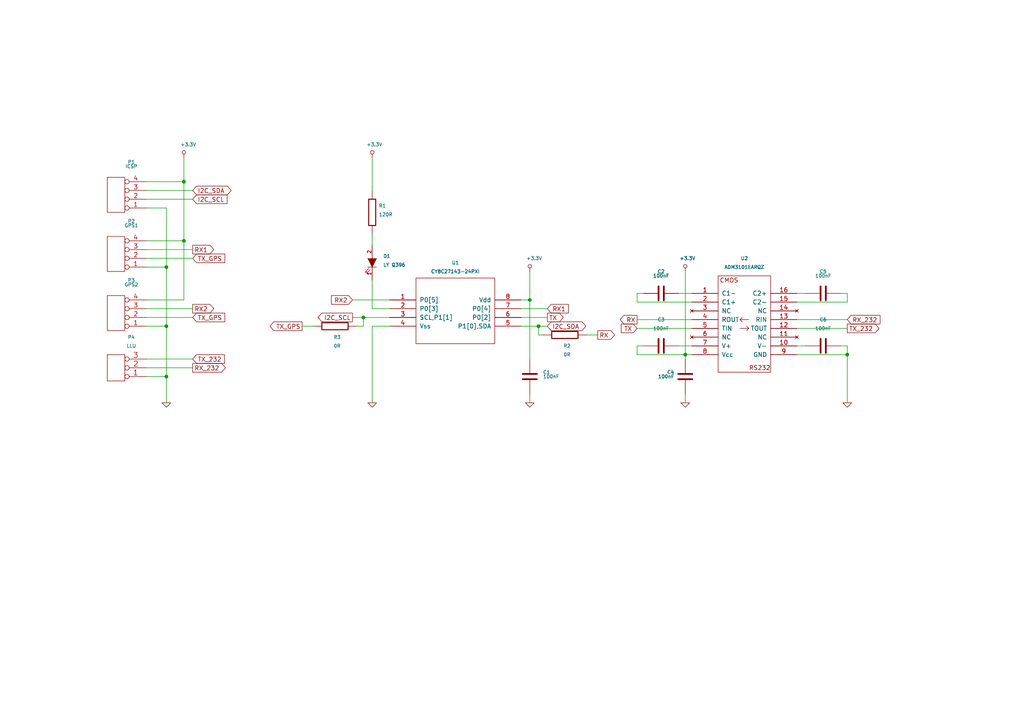
<source format=kicad_sch>
(kicad_sch (version 20231120) (generator "eeschema") (generator_version "8.0")
  (paper "A4")
  (title_block (title "GPSMux") (date "2021-05-12") (rev "01") (company "TuX's Design"))
  (lib_symbols
    (symbol "GPSMux-rescue:+3,3V-power" (power) (pin_names (offset 0))
      (property "Value" "+3,3V-power" (at 0 2.794 0))
      (symbol "+3,3V-power_0_0"
        (pin power_in line (at 0 0 90) (length 0) hide (name "+3.3V") (number "1"))
      )
      (symbol "+3,3V-power_0_1"
        (polyline (pts (xy 0 0) (xy 0 1.016) (xy 0 1.016)))
        (circle (center 0 1.524) (radius 0.508))
      )
    )
    (symbol "GPSMux-rescue:ADM3101E-ad" (pin_names (offset 1.016))
      (property "Reference" "U" (at 0 -15.24 0))
      (property "Value" "ADM3101E-ad" (at 0 15.24 0))
      (symbol "ADM3101E-ad_0_0"
        (text "CMOS" (at -4.445 12.7 0) (effects (font (size 1.27 1.27))))
        (text "RS232" (at 4.445 -12.7 0) (effects (font (size 1.27 1.27))))
      )
      (symbol "ADM3101E-ad_0_1"
        (polyline (pts (xy -1.27 1.27) (xy -0.635 0.635)))
        (polyline (pts (xy -1.27 1.27) (xy -0.635 1.905)))
        (polyline (pts (xy 1.27 -1.27) (xy 0.635 -1.905)))
        (polyline (pts (xy 1.27 1.27) (xy -1.27 1.27)))
        (polyline (pts (xy -1.27 -1.27) (xy 1.27 -1.27) (xy 0.635 -0.635)))
      )
      (symbol "ADM3101E-ad_1_0"
        (rectangle (start -7.62 -13.97) (end 7.62 13.97))
      )
      (symbol "ADM3101E-ad_1_1"
        (pin passive line (at -15.24 8.89 0) (length 7.62) (name "C1-") (number "1"))
        (pin power_out line (at 15.24 -6.35 180) (length 7.62) (name "V-") (number "10"))
        (pin no_connect line (at 15.24 -3.81 180) (length 7.62) (name "NC") (number "11"))
        (pin output line (at 15.24 -1.27 180) (length 7.62) (name "TOUT") (number "12"))
        (pin input line (at 15.24 1.27 180) (length 7.62) (name "RIN") (number "13"))
        (pin no_connect line (at 15.24 3.81 180) (length 7.62) (name "NC") (number "14"))
        (pin passive line (at 15.24 6.35 180) (length 7.62) (name "C2-") (number "15"))
        (pin passive line (at 15.24 8.89 180) (length 7.62) (name "C2+") (number "16"))
        (pin passive line (at -15.24 6.35 0) (length 7.62) (name "C1+") (number "2"))
        (pin no_connect line (at -15.24 3.81 0) (length 7.62) (name "NC") (number "3"))
        (pin output line (at -15.24 1.27 0) (length 7.62) (name "ROUT") (number "4"))
        (pin input line (at -15.24 -1.27 0) (length 7.62) (name "TIN") (number "5"))
        (pin no_connect line (at -15.24 -3.81 0) (length 7.62) (name "NC") (number "6"))
        (pin power_out line (at -15.24 -6.35 0) (length 7.62) (name "V+") (number "7"))
        (pin power_in line (at -15.24 -8.89 0) (length 7.62) (name "Vcc") (number "8"))
        (pin power_in line (at 15.24 -8.89 180) (length 7.62) (name "GND") (number "9"))
      )
    )
    (symbol "GPSMux-rescue:C-device" (pin_numbers hide) (pin_names (offset 0.254))
      (property "Reference" "C" (at 0 2.54 0))
      (property "Value" "C-device" (at 0.1524 -2.159 0))
      (symbol "C-device_0_1"
        (polyline (pts (xy -2.032 -0.762) (xy 2.032 -0.762)) (stroke (width 0.508)))
        (polyline (pts (xy -2.032 0.762) (xy 2.032 0.762)) (stroke (width 0.508)))
      )
      (symbol "C-device_1_1"
        (pin passive line (at 0 5.08 270) (length 4.318) (name "~") (number "1"))
        (pin passive line (at 0 -5.08 90) (length 4.318) (name "~") (number "2"))
      )
    )
    (symbol "GPSMux-rescue:CONN_3-conn" (pin_names (offset 1.016) hide)
      (property "Reference" "K" (at -1.27 0 90))
      (property "Value" "CONN_3-conn" (at 1.27 0 90))
      (symbol "CONN_3-conn_0_1"
        (rectangle (start -2.54 3.81) (end 2.54 -3.81))
      )
      (symbol "CONN_3-conn_1_1"
        (pin passive inverted (at -8.89 2.54 0) (length 6.35) (name "P1") (number "1"))
        (pin passive inverted (at -8.89 0 0) (length 6.35) (name "PM") (number "2"))
        (pin passive inverted (at -8.89 -2.54 0) (length 6.35) (name "P3") (number "3"))
      )
    )
    (symbol "GPSMux-rescue:CONN_4-conn" (pin_names (offset 1.016) hide)
      (property "Reference" "P" (at -1.27 0 90))
      (property "Value" "CONN_4-conn" (at 1.27 0 90))
      (symbol "CONN_4-conn_0_1"
        (rectangle (start -2.54 5.08) (end 2.54 -5.08))
      )
      (symbol "CONN_4-conn_1_1"
        (pin passive inverted (at -8.89 3.81 0) (length 6.35) (name "P1") (number "1"))
        (pin passive inverted (at -8.89 1.27 0) (length 6.35) (name "P2") (number "2"))
        (pin passive inverted (at -8.89 -1.27 0) (length 6.35) (name "P3") (number "3"))
        (pin passive inverted (at -8.89 -3.81 0) (length 6.35) (name "P4") (number "4"))
      )
    )
    (symbol "GPSMux-rescue:CY8C24123A-cypress2" (pin_names (offset 1.016))
      (property "Reference" "U" (at 0 0 0))
      (property "Value" "CY8C24123A-cypress2" (at 0 13.97 0))
      (symbol "CY8C24123A-cypress2_0_1"
        (rectangle (start 11.43 -2.54) (end -11.43 16.51))
      )
      (symbol "CY8C24123A-cypress2_1_1"
        (pin bidirectional line (at -19.05 10.16 0) (length 7.62) (name "P0[5]") (number "1"))
        (pin tri_state line (at -19.05 7.62 0) (length 7.62) (name "P0[3]") (number "2"))
        (pin tri_state line (at -19.05 5.08 0) (length 7.62) (name "SCL,P1[1]") (number "3"))
        (pin power_out line (at -19.05 2.54 0) (length 7.62) (name "Vss") (number "4"))
        (pin tri_state line (at 19.05 2.54 180) (length 7.62) (name "P1[0],SDA") (number "5"))
        (pin tri_state line (at 19.05 5.08 180) (length 7.62) (name "P0[2]") (number "6"))
        (pin tri_state line (at 19.05 7.62 180) (length 7.62) (name "P0[4]") (number "7"))
        (pin power_in line (at 19.05 10.16 180) (length 7.62) (name "Vdd") (number "8"))
      )
    )
    (symbol "GPSMux-rescue:GND-power" (power) (pin_names (offset 0))
      (symbol "GND-power_0_1"
        (polyline (pts (xy -1.27 0) (xy 0 -1.27) (xy 1.27 0) (xy -1.27 0)))
      )
      (symbol "GND-power_1_1"
        (pin power_in line (at 0 0 90) (length 0) hide (name "GND") (number "1"))
      )
    )
    (symbol "GPSMux-rescue:LED-device" (pin_names (offset 1.016) hide)
      (property "Reference" "D" (at 0 2.54 0))
      (property "Value" "LED-device" (at 0 -2.54 0))
      (symbol "LED-device_0_1"
        (polyline (pts (xy 1.27 1.27) (xy 1.27 -1.27)))
        (polyline (pts (xy -1.27 1.27) (xy 1.27 0) (xy -1.27 -1.27)) (fill (type outline)))
        (polyline (pts (xy 1.651 -1.016) (xy 2.794 -2.032) (xy 2.667 -1.397)))
        (polyline (pts (xy 2.032 -0.635) (xy 3.175 -1.651) (xy 3.048 -1.016)))
      )
      (symbol "LED-device_1_1"
        (pin passive line (at 5.08 0 180) (length 3.81) (name "K") (number "1"))
        (pin passive line (at -5.08 0 0) (length 3.81) (name "A") (number "2"))
      )
    )
    (symbol "GPSMux-rescue:R-device" (pin_numbers hide) (pin_names (offset 0))
      (property "Reference" "R" (at 2.032 0 90))
      (property "Value" "R-device" (at 0.1778 0.0254 90))
      (symbol "R-device_0_1"
        (rectangle (start -1.016 3.81) (end 1.016 -3.81) (stroke (width 0.3048)))
      )
      (symbol "R-device_1_1"
        (pin passive line (at 0 6.35 270) (length 2.54) (name "~") (number "1"))
        (pin passive line (at 0 -6.35 90) (length 2.54) (name "~") (number "2"))
      )
    )
  )
  (junction (at 48.26 109.22))
  (junction (at 53.34 52.705))
  (junction (at 48.26 94.615))
  (junction (at 105.41 92.075))
  (junction (at 198.755 102.87))
  (junction (at 53.34 69.85))
  (junction (at 48.26 77.47))
  (junction (at 245.745 102.87))
  (junction (at 156.21 94.615))
  (junction (at 153.67 86.995))
  (wire (pts (xy 157.48 97.155) (xy 156.21 97.155)))
  (wire (pts (xy 42.545 92.075) (xy 55.88 92.075)))
  (wire (pts (xy 243.84 100.33) (xy 245.745 100.33)))
  (wire (pts (xy 107.95 67.945) (xy 107.95 71.12)))
  (wire (pts (xy 107.95 89.535) (xy 113.03 89.535)))
  (wire (pts (xy 198.755 114.3) (xy 198.755 116.84)))
  (wire (pts (xy 113.03 94.615) (xy 107.95 94.615)))
  (wire (pts (xy 151.13 92.075) (xy 158.75 92.075)))
  (wire (pts (xy 42.545 89.535) (xy 55.88 89.535)))
  (wire (pts (xy 102.235 86.995) (xy 113.03 86.995)))
  (wire (pts (xy 103.505 94.615) (xy 105.41 94.615)))
  (wire (pts (xy 42.545 94.615) (xy 48.26 94.615)))
  (wire (pts (xy 53.34 69.85) (xy 53.34 86.995)))
  (wire (pts (xy 186.69 85.09) (xy 184.785 85.09)))
  (wire (pts (xy 231.14 102.87) (xy 245.745 102.87)))
  (wire (pts (xy 151.13 89.535) (xy 158.75 89.535)))
  (wire (pts (xy 48.26 94.615) (xy 48.26 109.22)))
  (wire (pts (xy 245.745 85.09) (xy 245.745 87.63)))
  (wire (pts (xy 107.95 45.72) (xy 107.95 55.245)))
  (wire (pts (xy 151.13 94.615) (xy 156.21 94.615)))
  (wire (pts (xy 184.785 92.71) (xy 200.66 92.71)))
  (wire (pts (xy 48.26 60.325) (xy 48.26 77.47)))
  (wire (pts (xy 245.745 100.33) (xy 245.745 102.87)))
  (wire (pts (xy 42.545 60.325) (xy 48.26 60.325)))
  (wire (pts (xy 42.545 52.705) (xy 53.34 52.705)))
  (wire (pts (xy 53.34 52.705) (xy 53.34 45.72)))
  (wire (pts (xy 153.67 114.3) (xy 153.67 116.84)))
  (wire (pts (xy 184.785 85.09) (xy 184.785 87.63)))
  (wire (pts (xy 42.545 69.85) (xy 53.34 69.85)))
  (wire (pts (xy 153.67 86.995) (xy 153.67 78.74)))
  (wire (pts (xy 42.545 57.785) (xy 55.88 57.785)))
  (wire (pts (xy 231.14 100.33) (xy 233.68 100.33)))
  (wire (pts (xy 198.755 102.87) (xy 200.66 102.87)))
  (wire (pts (xy 245.745 87.63) (xy 231.14 87.63)))
  (wire (pts (xy 184.785 95.25) (xy 200.66 95.25)))
  (wire (pts (xy 105.41 92.075) (xy 113.03 92.075)))
  (wire (pts (xy 184.785 102.87) (xy 198.755 102.87)))
  (wire (pts (xy 151.13 86.995) (xy 153.67 86.995)))
  (wire (pts (xy 243.84 85.09) (xy 245.745 85.09)))
  (wire (pts (xy 42.545 109.22) (xy 48.26 109.22)))
  (wire (pts (xy 107.95 94.615) (xy 107.95 116.84)))
  (wire (pts (xy 245.745 102.87) (xy 245.745 116.84)))
  (wire (pts (xy 87.63 94.615) (xy 90.805 94.615)))
  (wire (pts (xy 186.69 100.33) (xy 184.785 100.33)))
  (wire (pts (xy 198.755 78.74) (xy 198.755 102.87)))
  (wire (pts (xy 48.26 77.47) (xy 48.26 94.615)))
  (wire (pts (xy 198.755 104.14) (xy 198.755 102.87)))
  (wire (pts (xy 105.41 94.615) (xy 105.41 92.075)))
  (wire (pts (xy 156.21 97.155) (xy 156.21 94.615)))
  (wire (pts (xy 42.545 77.47) (xy 48.26 77.47)))
  (wire (pts (xy 231.14 85.09) (xy 233.68 85.09)))
  (wire (pts (xy 153.67 86.995) (xy 153.67 104.14)))
  (wire (pts (xy 42.545 72.39) (xy 55.88 72.39)))
  (wire (pts (xy 102.235 92.075) (xy 105.41 92.075)))
  (wire (pts (xy 156.21 94.615) (xy 158.75 94.615)))
  (wire (pts (xy 200.66 85.09) (xy 196.85 85.09)))
  (wire (pts (xy 184.785 87.63) (xy 200.66 87.63)))
  (wire (pts (xy 42.545 86.995) (xy 53.34 86.995)))
  (wire (pts (xy 184.785 100.33) (xy 184.785 102.87)))
  (wire (pts (xy 48.26 109.22) (xy 48.26 116.84)))
  (wire (pts (xy 42.545 106.68) (xy 55.88 106.68)))
  (wire (pts (xy 231.14 95.25) (xy 245.745 95.25)))
  (wire (pts (xy 42.545 74.93) (xy 55.88 74.93)))
  (wire (pts (xy 231.14 92.71) (xy 245.745 92.71)))
  (wire (pts (xy 42.545 104.14) (xy 55.88 104.14)))
  (wire (pts (xy 53.34 69.85) (xy 53.34 52.705)))
  (wire (pts (xy 42.545 55.245) (xy 55.88 55.245)))
  (wire (pts (xy 200.66 100.33) (xy 196.85 100.33)))
  (wire (pts (xy 173.355 97.155) (xy 170.18 97.155)))
  (wire (pts (xy 107.95 81.28) (xy 107.95 89.535)))
  (global_label "TX_232" (shape output) (at 245.745 95.25 0) (property "Intersheetrefs" "${INTERSHEET_REFS}" (effects (hide yes))))
  (global_label "TX_GPS" (shape input) (at 55.88 74.93 0) (property "Intersheetrefs" "${INTERSHEET_REFS}" (effects (hide yes))))
  (global_label "TX_GPS" (shape output) (at 87.63 94.615 180) (property "Intersheetrefs" "${INTERSHEET_REFS}" (effects (hide yes))))
  (global_label "RX" (shape output) (at 184.785 92.71 180) (property "Intersheetrefs" "${INTERSHEET_REFS}" (effects (hide yes))))
  (global_label "TX" (shape output) (at 158.75 92.075 0) (property "Intersheetrefs" "${INTERSHEET_REFS}" (effects (hide yes))))
  (global_label "RX2" (shape input) (at 102.235 86.995 180) (property "Intersheetrefs" "${INTERSHEET_REFS}" (effects (hide yes))))
  (global_label "I2C_SDA" (shape bidirectional) (at 158.75 94.615 0) (property "Intersheetrefs" "${INTERSHEET_REFS}" (effects (hide yes))))
  (global_label "RX1" (shape input) (at 158.75 89.535 0) (property "Intersheetrefs" "${INTERSHEET_REFS}" (effects (hide yes))))
  (global_label "RX2" (shape output) (at 55.88 89.535 0) (property "Intersheetrefs" "${INTERSHEET_REFS}" (effects (hide yes))))
  (global_label "TX_232" (shape input) (at 55.88 104.14 0) (property "Intersheetrefs" "${INTERSHEET_REFS}" (effects (hide yes))))
  (global_label "RX" (shape output) (at 173.355 97.155 0) (property "Intersheetrefs" "${INTERSHEET_REFS}" (effects (hide yes))))
  (global_label "I2C_SCL" (shape input) (at 55.88 57.785 0) (property "Intersheetrefs" "${INTERSHEET_REFS}" (effects (hide yes))))
  (global_label "I2C_SCL" (shape output) (at 102.235 92.075 180) (property "Intersheetrefs" "${INTERSHEET_REFS}" (effects (hide yes))))
  (global_label "RX_232" (shape output) (at 55.88 106.68 0) (property "Intersheetrefs" "${INTERSHEET_REFS}" (effects (hide yes))))
  (global_label "TX_GPS" (shape input) (at 55.88 92.075 0) (property "Intersheetrefs" "${INTERSHEET_REFS}" (effects (hide yes))))
  (global_label "TX" (shape input) (at 184.785 95.25 180) (property "Intersheetrefs" "${INTERSHEET_REFS}" (effects (hide yes))))
  (global_label "RX1" (shape output) (at 55.88 72.39 0) (property "Intersheetrefs" "${INTERSHEET_REFS}" (effects (hide yes))))
  (global_label "I2C_SDA" (shape bidirectional) (at 55.88 55.245 0) (property "Intersheetrefs" "${INTERSHEET_REFS}" (effects (hide yes))))
  (global_label "RX_232" (shape input) (at 245.745 92.71 0) (property "Intersheetrefs" "${INTERSHEET_REFS}" (effects (hide yes))))
  (symbol (lib_id "GPSMux-rescue:CY8C24123A-cypress2") (at 132.08 97.155 0) (unit 1)
    (property "Reference" "U1" (at 132.08 76.2 0) (effects (font (size 0.9906 0.9906))))
    (property "Value" "CY8C27143-24PXI" (at 132.08 78.74 0) (effects (font (size 0.9906 0.9906))))
    (property "Footprint" "Housings_DIP:DIP-8_W10.16mm" (effects (hide yes)))
    (property "Manufacturer" "Cypress" (effects (hide yes)))
    (property "mpn" "CY8C27143-24PXI" (effects (hide yes)))
    (property "RS" "125-4170" (effects (hide yes)))
    (property "Digikey" "428-1593-ND" (effects (hide yes)))
    (property "Mouser" "727-CY8C27143-24PXI" (effects (hide yes)))
  )
  (symbol (lib_id "GPSMux-rescue:ADM3101E-ad") (at 215.9 93.98 0) (unit 1)
    (property "Reference" "U2" (at 215.9 74.93 0) (effects (font (size 0.9906 0.9906))))
    (property "Value" "ADM3101EARQZ" (at 215.9 77.47 0) (effects (font (size 0.9906 0.9906))))
    (property "Footprint" "analog:QSOP16" (effects (hide yes)))
    (property "Manufacturer" "Analog Devices" (effects (hide yes)))
    (property "mpn" "ADM3101EARQZ" (effects (hide yes)))
    (property "RS" "709-7966" (effects (hide yes)))
    (property "Digikey" "ADM3101EARQZ-REELCT-ND" (effects (hide yes)))
    (property "Mouser" "584-ADM3101EARQZ" (effects (hide yes)))
  )
  (symbol (lib_id "GPSMux-rescue:CONN_4-conn") (at 33.655 56.515 180) (unit 1)
    (property "Reference" "P1" (at 38.1 46.99 0) (effects (font (size 0.9906 0.9906))))
    (property "Value" "ICSP" (at 38.1 48.26 0) (effects (font (size 0.9906 0.9906))))
    (property "Footprint" "molex:53261-0471" (effects (hide yes)))
    (property "Manufacturer" "Molex" (effects (hide yes)))
    (property "mpn" "53261-0471" (effects (hide yes)))
    (property "RS" "542-7113" (effects (hide yes)))
    (property "Digikey" "WM7622CT-ND" (effects (hide yes)))
    (property "Mouser" "538-53261-0471" (effects (hide yes)))
  )
  (symbol (lib_id "GPSMux-rescue:GND-power") (at 48.26 116.84 0) (unit 1)
    (property "Reference" "#PWR02" (effects (hide yes)))
    (property "Value" "GND" (effects (hide yes)))
  )
  (symbol (lib_id "GPSMux-rescue:GND-power") (at 107.95 116.84 0) (unit 1)
    (property "Reference" "#PWR04" (effects (hide yes)))
    (property "Value" "GND" (effects (hide yes)))
  )
  (symbol (lib_id "GPSMux-rescue:C-device") (at 153.67 109.22 0) (unit 1)
    (property "Reference" "C1" (at 157.48 107.95 0) (effects (font (size 0.9906 0.9906)) (justify left)))
    (property "Value" "100nF" (at 157.48 109.22 0) (effects (font (size 0.9906 0.9906)) (justify left)))
    (property "Footprint" "Capacitors_SMD:C_0603" (effects (hide yes)))
    (property "mpn" "06035C104K4T2A" (effects (hide yes)))
    (property "Manufacturer" "AVX" (effects (hide yes)))
    (property "RS" "698-3251" (effects (hide yes)))
    (property "Digikey" "478-5309-1-ND" (effects (hide yes)))
    (property "Mouser" "581-06035C104K4" (effects (hide yes)))
  )
  (symbol (lib_id "GPSMux-rescue:+3,3V-power") (at 153.67 78.74 0) (unit 1)
    (property "Reference" "#PWR05" (effects (hide yes)))
    (property "Value" "+3.3V" (at 154.94 74.93 0) (effects (font (size 0.9906 0.9906))))
  )
  (symbol (lib_id "GPSMux-rescue:+3,3V-power") (at 107.95 45.72 0) (unit 1)
    (property "Reference" "#PWR03" (effects (hide yes)))
    (property "Value" "+3.3V" (at 108.585 41.91 0) (effects (font (size 0.9906 0.9906))))
  )
  (symbol (lib_id "GPSMux-rescue:R-device") (at 107.95 61.595 180) (unit 1)
    (property "Reference" "R1" (at 109.855 59.69 0) (effects (font (size 0.9906 0.9906)) (justify right)))
    (property "Value" "120R" (at 109.855 62.23 0) (effects (font (size 0.9906 0.9906)) (justify right)))
    (property "Footprint" "Resistors_SMD:R_0603_HandSoldering" (effects (hide yes)))
    (property "mpn" "CRCW0603120RFKEA" (effects (hide yes)))
    (property "Manufacturer" "Vishay" (effects (hide yes)))
    (property "RS" "678-9718" (effects (hide yes)))
    (property "Digikey" "541-120HCT-ND" (effects (hide yes)))
    (property "Mouser" "71-CRCW0603-120-E3" (effects (hide yes)))
  )
  (symbol (lib_id "GPSMux-rescue:LED-device") (at 107.95 76.2 270) (unit 1)
    (property "Reference" "D1" (at 111.125 74.295 90) (effects (font (size 0.9906 0.9906)) (justify left)))
    (property "Value" "LY Q396" (at 111.125 76.835 90) (effects (font (size 0.9906 0.9906)) (justify left)))
    (property "Footprint" "LEDs:LED_0603_HandSoldering" (effects (hide yes)))
    (property "Manufacturer" "OSRAM" (effects (hide yes)))
    (property "mpn" "LY Q396" (effects (hide yes)))
    (property "RS" "778-1434" (effects (hide yes)))
    (property "Digikey" "475-3467-1-ND" (effects (hide yes)))
    (property "Mouser" "720-LYQ396P1Q236" (effects (hide yes)))
  )
  (symbol (lib_id "GPSMux-rescue:GND-power") (at 153.67 116.84 0) (unit 1)
    (property "Reference" "#PWR06" (effects (hide yes)))
    (property "Value" "GND" (effects (hide yes)))
  )
  (symbol (lib_id "GPSMux-rescue:+3,3V-power") (at 198.755 78.74 0) (unit 1)
    (property "Reference" "#PWR07" (effects (hide yes)))
    (property "Value" "+3.3V" (at 199.39 74.93 0) (effects (font (size 0.9906 0.9906))))
  )
  (symbol (lib_id "GPSMux-rescue:GND-power") (at 198.755 116.84 0) (unit 1)
    (property "Reference" "#PWR08" (effects (hide yes)))
    (property "Value" "GND" (effects (hide yes)))
  )
  (symbol (lib_id "GPSMux-rescue:C-device") (at 198.755 109.22 0) (unit 1)
    (property "Reference" "C4" (at 195.58 107.95 0) (effects (font (size 0.9906 0.9906)) (justify right)))
    (property "Value" "100nF" (at 195.58 109.22 0) (effects (font (size 0.9906 0.9906)) (justify right)))
    (property "Footprint" "Capacitors_SMD:C_0603" (effects (hide yes)))
    (property "mpn" "06035C104K4T2A" (effects (hide yes)))
    (property "Manufacturer" "AVX" (effects (hide yes)))
    (property "RS" "698-3251" (effects (hide yes)))
    (property "Digikey" "478-5309-1-ND" (effects (hide yes)))
    (property "Mouser" "581-06035C104K4" (effects (hide yes)))
  )
  (symbol (lib_id "GPSMux-rescue:C-device") (at 191.77 85.09 270) (unit 1)
    (property "Reference" "C2" (at 191.77 78.74 90) (effects (font (size 0.9906 0.9906))))
    (property "Value" "100nF" (at 191.77 80.01 90) (effects (font (size 0.9906 0.9906))))
    (property "Footprint" "Capacitors_SMD:C_0603" (effects (hide yes)))
    (property "mpn" "06035C104K4T2A" (effects (hide yes)))
    (property "Manufacturer" "AVX" (effects (hide yes)))
    (property "RS" "698-3251" (effects (hide yes)))
    (property "Digikey" "478-5309-1-ND" (effects (hide yes)))
    (property "Mouser" "581-06035C104K4" (effects (hide yes)))
  )
  (symbol (lib_id "GPSMux-rescue:C-device") (at 238.76 85.09 90) (mirror x) (unit 1)
    (property "Reference" "C5" (at 238.76 78.74 90) (effects (font (size 0.9906 0.9906))))
    (property "Value" "100nF" (at 238.76 80.01 90) (effects (font (size 0.9906 0.9906))))
    (property "Footprint" "Capacitors_SMD:C_0603" (effects (hide yes)))
    (property "mpn" "06035C104K4T2A" (effects (hide yes)))
    (property "Manufacturer" "AVX" (effects (hide yes)))
    (property "RS" "698-3251" (effects (hide yes)))
    (property "Digikey" "478-5309-1-ND" (effects (hide yes)))
    (property "Mouser" "581-06035C104K4" (effects (hide yes)))
  )
  (symbol (lib_id "GPSMux-rescue:C-device") (at 191.77 100.33 270) (unit 1)
    (property "Reference" "C3" (at 191.77 92.71 90) (effects (font (size 0.9906 0.9906))))
    (property "Value" "100nF" (at 191.77 95.25 90) (effects (font (size 0.9906 0.9906))))
    (property "Footprint" "Capacitors_SMD:C_0603" (effects (hide yes)))
    (property "mpn" "06035C104K4T2A" (effects (hide yes)))
    (property "Manufacturer" "AVX" (effects (hide yes)))
    (property "RS" "698-3251" (effects (hide yes)))
    (property "Digikey" "478-5309-1-ND" (effects (hide yes)))
    (property "Mouser" "581-06035C104K4" (effects (hide yes)))
  )
  (symbol (lib_id "GPSMux-rescue:C-device") (at 238.76 100.33 270) (unit 1)
    (property "Reference" "C6" (at 238.76 92.71 90) (effects (font (size 0.9906 0.9906))))
    (property "Value" "100nF" (at 238.76 95.25 90) (effects (font (size 0.9906 0.9906))))
    (property "Footprint" "Capacitors_SMD:C_0603" (effects (hide yes)))
    (property "mpn" "06035C104K4T2A" (effects (hide yes)))
    (property "Manufacturer" "AVX" (effects (hide yes)))
    (property "RS" "698-3251" (effects (hide yes)))
    (property "Digikey" "478-5309-1-ND" (effects (hide yes)))
    (property "Mouser" "581-06035C104K4" (effects (hide yes)))
  )
  (symbol (lib_id "GPSMux-rescue:GND-power") (at 245.745 116.84 0) (unit 1)
    (property "Reference" "#PWR09" (effects (hide yes)))
    (property "Value" "GND" (effects (hide yes)))
  )
  (symbol (lib_id "GPSMux-rescue:CONN_3-conn") (at 33.655 106.68 180) (unit 1)
    (property "Reference" "P4" (at 38.1 97.79 0) (effects (font (size 0.9906 0.9906))))
    (property "Value" "LLU" (at 38.1 100.33 0) (effects (font (size 0.9906 0.9906))))
    (property "Footprint" "molex:53261-0371" (effects (hide yes)))
    (property "Manufacturer" "Molex" (effects (hide yes)))
    (property "mpn" "53261-0371" (effects (hide yes)))
    (property "RS" "542-7107" (effects (hide yes)))
    (property "Digikey" "WM7621CT-ND" (effects (hide yes)))
    (property "Mouser" "538-53261-0371" (effects (hide yes)))
  )
  (symbol (lib_id "GPSMux-rescue:R-device") (at 163.83 97.155 90) (unit 1)
    (property "Reference" "R2" (at 164.465 100.33 90) (effects (font (size 0.9906 0.9906))))
    (property "Value" "0R" (at 164.465 102.87 90) (effects (font (size 0.9906 0.9906))))
    (property "Footprint" "Resistors_SMD:R_0603_HandSoldering" (effects (hide yes)))
    (property "Manufacturer" "Vishay" (effects (hide yes)))
    (property "RS" "678-9670" (effects (hide yes)))
    (property "mpn" "CRCW06030000Z0EB" (effects (hide yes)))
    (property "Digikey" "541-4013-1-ND" (effects (hide yes)))
    (property "Mouser" "71-CRCW06030000Z0EB" (effects (hide yes)))
  )
  (symbol (lib_id "GPSMux-rescue:CONN_4-conn") (at 33.655 73.66 180) (unit 1)
    (property "Reference" "P2" (at 38.1 64.135 0) (effects (font (size 0.9906 0.9906))))
    (property "Value" "GPS1" (at 38.1 65.405 0) (effects (font (size 0.9906 0.9906))))
    (property "Footprint" "molex:53261-0471" (effects (hide yes)))
    (property "Manufacturer" "Molex" (effects (hide yes)))
    (property "mpn" "53261-0471" (effects (hide yes)))
    (property "RS" "542-7113" (effects (hide yes)))
    (property "Digikey" "WM7622CT-ND" (effects (hide yes)))
    (property "Mouser" "538-53261-0471" (effects (hide yes)))
  )
  (symbol (lib_id "GPSMux-rescue:CONN_4-conn") (at 33.655 90.805 180) (unit 1)
    (property "Reference" "P3" (at 38.1 81.28 0) (effects (font (size 0.9906 0.9906))))
    (property "Value" "GPS2" (at 38.1 82.55 0) (effects (font (size 0.9906 0.9906))))
    (property "Footprint" "molex:53261-0471" (effects (hide yes)))
    (property "Manufacturer" "Molex" (effects (hide yes)))
    (property "mpn" "53261-0471" (effects (hide yes)))
    (property "RS" "542-7113" (effects (hide yes)))
    (property "Digikey" "WM7622CT-ND" (effects (hide yes)))
    (property "Mouser" "538-53261-0471" (effects (hide yes)))
  )
  (symbol (lib_id "GPSMux-rescue:+3,3V-power") (at 53.34 45.72 0) (unit 1)
    (property "Reference" "#PWR0101" (effects (hide yes)))
    (property "Value" "+3.3V" (at 54.61 41.91 0) (effects (font (size 0.9906 0.9906))))
  )
  (symbol (lib_id "GPSMux-rescue:R-device") (at 97.155 94.615 90) (unit 1)
    (property "Reference" "R3" (at 97.79 97.79 90) (effects (font (size 0.9906 0.9906))))
    (property "Value" "0R" (at 97.79 100.33 90) (effects (font (size 0.9906 0.9906))))
    (property "Footprint" "Resistors_SMD:R_0603_HandSoldering" (effects (hide yes)))
    (property "Manufacturer" "Vishay" (effects (hide yes)))
    (property "RS" "678-9670" (effects (hide yes)))
    (property "mpn" "CRCW06030000Z0EB" (effects (hide yes)))
    (property "Digikey" "541-4013-1-ND" (effects (hide yes)))
    (property "Mouser" "71-CRCW06030000Z0EB" (effects (hide yes)))
  )
)
</source>
